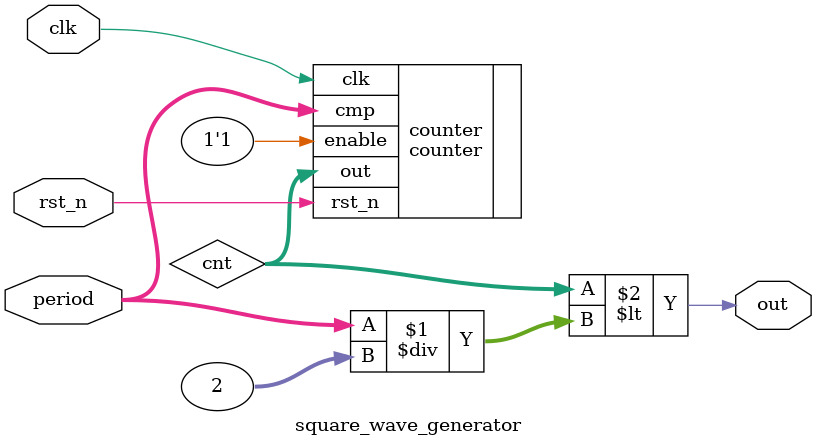
<source format=v>
`default_nettype none `timescale 1ns / 1ps `default_nettype none `timescale 1ns / 1ps

module square_wave_generator #(
    parameter PERIOD_WIDTH = 32
) (
    input wire clk,
    input wire rst_n,

    input  wire [PERIOD_WIDTH-1:0] period,
    output wire                    out
);
  wire [PERIOD_WIDTH-1:0] cnt;

  counter #(
      .WIDTH(PERIOD_WIDTH)
  ) counter (
      .clk  (clk),
      .rst_n(rst_n),

      .enable(1'b1),
      .cmp   (period),
      .out   (cnt)
  );

  assign out = cnt < (period / 2);
endmodule


</source>
